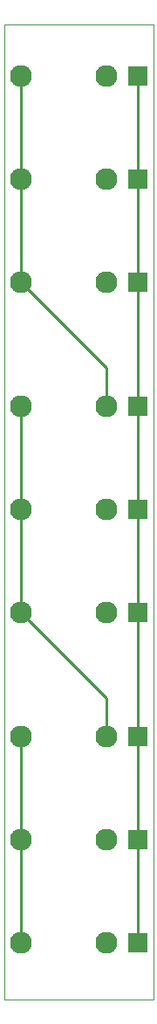
<source format=gtl>
G04 #@! TF.GenerationSoftware,KiCad,Pcbnew,(6.0.0)*
G04 #@! TF.CreationDate,2022-04-30T18:42:26+02:00*
G04 #@! TF.ProjectId,Multiplexer_3x2,4d756c74-6970-46c6-9578-65725f337832,rev?*
G04 #@! TF.SameCoordinates,Original*
G04 #@! TF.FileFunction,Copper,L1,Top*
G04 #@! TF.FilePolarity,Positive*
%FSLAX46Y46*%
G04 Gerber Fmt 4.6, Leading zero omitted, Abs format (unit mm)*
G04 Created by KiCad (PCBNEW (6.0.0)) date 2022-04-30 18:42:26*
%MOMM*%
%LPD*%
G01*
G04 APERTURE LIST*
G04 #@! TA.AperFunction,Profile*
%ADD10C,0.050000*%
G04 #@! TD*
G04 #@! TA.AperFunction,ComponentPad*
%ADD11R,1.830000X1.930000*%
G04 #@! TD*
G04 #@! TA.AperFunction,ComponentPad*
%ADD12C,2.130000*%
G04 #@! TD*
G04 #@! TA.AperFunction,Conductor*
%ADD13C,0.250000*%
G04 #@! TD*
G04 APERTURE END LIST*
D10*
X52750000Y-37000000D02*
X67250000Y-37000000D01*
X67250000Y-37000000D02*
X67250000Y-131500000D01*
X52750000Y-131500000D02*
X67250000Y-131500000D01*
X52750000Y-37000000D02*
X52750000Y-131500000D01*
D11*
X65780000Y-94000000D03*
D12*
X54380000Y-94000000D03*
X62680000Y-94000000D03*
D11*
X65780000Y-74000000D03*
D12*
X54380000Y-74000000D03*
X62680000Y-74000000D03*
D11*
X65780000Y-126000000D03*
D12*
X54380000Y-126000000D03*
X62680000Y-126000000D03*
D11*
X65780000Y-84000000D03*
D12*
X54380000Y-84000000D03*
X62680000Y-84000000D03*
D11*
X65780000Y-106000000D03*
D12*
X54380000Y-106000000D03*
X62680000Y-106000000D03*
D11*
X65780000Y-62000000D03*
D12*
X54380000Y-62000000D03*
X62680000Y-62000000D03*
D11*
X65780000Y-42000000D03*
D12*
X54380000Y-42000000D03*
X62680000Y-42000000D03*
D11*
X65780000Y-116000000D03*
D12*
X54380000Y-116000000D03*
X62680000Y-116000000D03*
D11*
X65780000Y-52000000D03*
D12*
X54380000Y-52000000D03*
X62680000Y-52000000D03*
D13*
X65780000Y-42000000D02*
X65780000Y-126000000D01*
X62680000Y-70300000D02*
X54380000Y-62000000D01*
X62680000Y-74000000D02*
X62680000Y-70300000D01*
X54380000Y-52000000D02*
X54380000Y-62000000D01*
X54380000Y-42000000D02*
X54380000Y-52000000D01*
X62680000Y-106000000D02*
X62680000Y-102300000D01*
X62680000Y-102300000D02*
X54380000Y-94000000D01*
X54380000Y-94000000D02*
X54380000Y-74000000D01*
X54380000Y-126000000D02*
X54380000Y-106000000D01*
M02*

</source>
